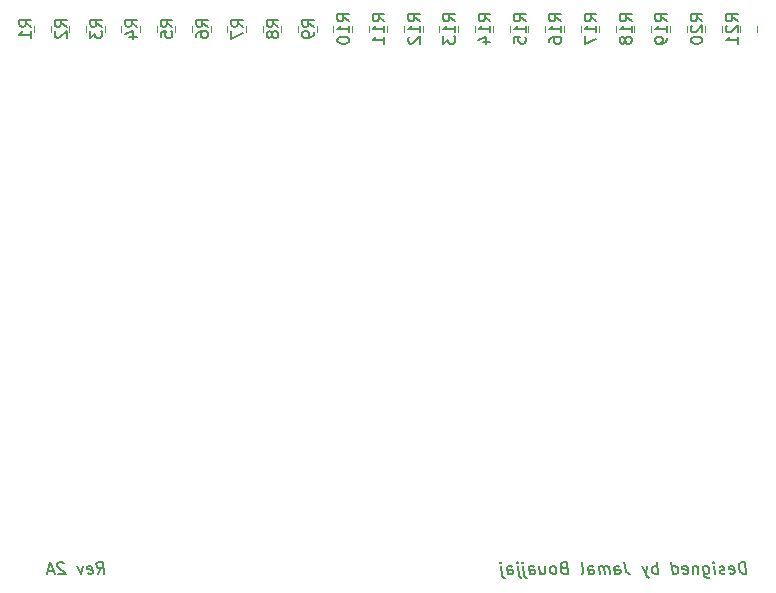
<source format=gbr>
G04 #@! TF.GenerationSoftware,KiCad,Pcbnew,5.1.5+dfsg1-2*
G04 #@! TF.CreationDate,2020-01-03T23:49:53-05:00*
G04 #@! TF.ProjectId,PCB,5043422e-6b69-4636-9164-5f7063625858,rev?*
G04 #@! TF.SameCoordinates,Original*
G04 #@! TF.FileFunction,Legend,Bot*
G04 #@! TF.FilePolarity,Positive*
%FSLAX46Y46*%
G04 Gerber Fmt 4.6, Leading zero omitted, Abs format (unit mm)*
G04 Created by KiCad (PCBNEW 5.1.5+dfsg1-2) date 2020-01-03 23:49:53*
%MOMM*%
%LPD*%
G04 APERTURE LIST*
%ADD10C,0.150000*%
%ADD11C,0.120000*%
G04 APERTURE END LIST*
D10*
X157084375Y-117292380D02*
X157358184Y-116816190D01*
X157655803Y-117292380D02*
X157530803Y-116292380D01*
X157149851Y-116292380D01*
X157060565Y-116340000D01*
X157018898Y-116387619D01*
X156983184Y-116482857D01*
X157001041Y-116625714D01*
X157060565Y-116720952D01*
X157114136Y-116768571D01*
X157215327Y-116816190D01*
X157596279Y-116816190D01*
X156268898Y-117244761D02*
X156370089Y-117292380D01*
X156560565Y-117292380D01*
X156649851Y-117244761D01*
X156685565Y-117149523D01*
X156637946Y-116768571D01*
X156578422Y-116673333D01*
X156477232Y-116625714D01*
X156286755Y-116625714D01*
X156197470Y-116673333D01*
X156161755Y-116768571D01*
X156173660Y-116863809D01*
X156661755Y-116959047D01*
X155810565Y-116625714D02*
X155655803Y-117292380D01*
X155334375Y-116625714D01*
X154209375Y-116387619D02*
X154155803Y-116340000D01*
X154054613Y-116292380D01*
X153816517Y-116292380D01*
X153727232Y-116340000D01*
X153685565Y-116387619D01*
X153649851Y-116482857D01*
X153661755Y-116578095D01*
X153727232Y-116720952D01*
X154370089Y-117292380D01*
X153751041Y-117292380D01*
X153334375Y-117006666D02*
X152858184Y-117006666D01*
X153465327Y-117292380D02*
X153006994Y-116292380D01*
X152798660Y-117292380D01*
X212002452Y-117292380D02*
X211877452Y-116292380D01*
X211639357Y-116292380D01*
X211502452Y-116340000D01*
X211419119Y-116435238D01*
X211383404Y-116530476D01*
X211359595Y-116720952D01*
X211377452Y-116863809D01*
X211448880Y-117054285D01*
X211508404Y-117149523D01*
X211615547Y-117244761D01*
X211764357Y-117292380D01*
X212002452Y-117292380D01*
X210615547Y-117244761D02*
X210716738Y-117292380D01*
X210907214Y-117292380D01*
X210996500Y-117244761D01*
X211032214Y-117149523D01*
X210984595Y-116768571D01*
X210925071Y-116673333D01*
X210823880Y-116625714D01*
X210633404Y-116625714D01*
X210544119Y-116673333D01*
X210508404Y-116768571D01*
X210520309Y-116863809D01*
X211008404Y-116959047D01*
X210186976Y-117244761D02*
X210097690Y-117292380D01*
X209907214Y-117292380D01*
X209806023Y-117244761D01*
X209746500Y-117149523D01*
X209740547Y-117101904D01*
X209776261Y-117006666D01*
X209865547Y-116959047D01*
X210008404Y-116959047D01*
X210097690Y-116911428D01*
X210133404Y-116816190D01*
X210127452Y-116768571D01*
X210067928Y-116673333D01*
X209966738Y-116625714D01*
X209823880Y-116625714D01*
X209734595Y-116673333D01*
X209335785Y-117292380D02*
X209252452Y-116625714D01*
X209210785Y-116292380D02*
X209264357Y-116340000D01*
X209222690Y-116387619D01*
X209169119Y-116340000D01*
X209210785Y-116292380D01*
X209222690Y-116387619D01*
X208347690Y-116625714D02*
X208448880Y-117435238D01*
X208508404Y-117530476D01*
X208561976Y-117578095D01*
X208663166Y-117625714D01*
X208806023Y-117625714D01*
X208895309Y-117578095D01*
X208425071Y-117244761D02*
X208526261Y-117292380D01*
X208716738Y-117292380D01*
X208806023Y-117244761D01*
X208847690Y-117197142D01*
X208883404Y-117101904D01*
X208847690Y-116816190D01*
X208788166Y-116720952D01*
X208734595Y-116673333D01*
X208633404Y-116625714D01*
X208442928Y-116625714D01*
X208353642Y-116673333D01*
X207871500Y-116625714D02*
X207954833Y-117292380D01*
X207883404Y-116720952D02*
X207829833Y-116673333D01*
X207728642Y-116625714D01*
X207585785Y-116625714D01*
X207496500Y-116673333D01*
X207460785Y-116768571D01*
X207526261Y-117292380D01*
X206663166Y-117244761D02*
X206764357Y-117292380D01*
X206954833Y-117292380D01*
X207044119Y-117244761D01*
X207079833Y-117149523D01*
X207032214Y-116768571D01*
X206972690Y-116673333D01*
X206871500Y-116625714D01*
X206681023Y-116625714D01*
X206591738Y-116673333D01*
X206556023Y-116768571D01*
X206567928Y-116863809D01*
X207056023Y-116959047D01*
X205764357Y-117292380D02*
X205639357Y-116292380D01*
X205758404Y-117244761D02*
X205859595Y-117292380D01*
X206050071Y-117292380D01*
X206139357Y-117244761D01*
X206181023Y-117197142D01*
X206216738Y-117101904D01*
X206181023Y-116816190D01*
X206121500Y-116720952D01*
X206067928Y-116673333D01*
X205966738Y-116625714D01*
X205776261Y-116625714D01*
X205686976Y-116673333D01*
X204526261Y-117292380D02*
X204401261Y-116292380D01*
X204448880Y-116673333D02*
X204347690Y-116625714D01*
X204157214Y-116625714D01*
X204067928Y-116673333D01*
X204026261Y-116720952D01*
X203990547Y-116816190D01*
X204026261Y-117101904D01*
X204085785Y-117197142D01*
X204139357Y-117244761D01*
X204240547Y-117292380D01*
X204431023Y-117292380D01*
X204520309Y-117244761D01*
X203633404Y-116625714D02*
X203478642Y-117292380D01*
X203157214Y-116625714D02*
X203478642Y-117292380D01*
X203603642Y-117530476D01*
X203657214Y-117578095D01*
X203758404Y-117625714D01*
X201686976Y-116292380D02*
X201776261Y-117006666D01*
X201841738Y-117149523D01*
X201948880Y-117244761D01*
X202097690Y-117292380D01*
X202192928Y-117292380D01*
X200907214Y-117292380D02*
X200841738Y-116768571D01*
X200877452Y-116673333D01*
X200966738Y-116625714D01*
X201157214Y-116625714D01*
X201258404Y-116673333D01*
X200901261Y-117244761D02*
X201002452Y-117292380D01*
X201240547Y-117292380D01*
X201329833Y-117244761D01*
X201365547Y-117149523D01*
X201353642Y-117054285D01*
X201294119Y-116959047D01*
X201192928Y-116911428D01*
X200954833Y-116911428D01*
X200853642Y-116863809D01*
X200431023Y-117292380D02*
X200347690Y-116625714D01*
X200359595Y-116720952D02*
X200306023Y-116673333D01*
X200204833Y-116625714D01*
X200061976Y-116625714D01*
X199972690Y-116673333D01*
X199936976Y-116768571D01*
X200002452Y-117292380D01*
X199936976Y-116768571D02*
X199877452Y-116673333D01*
X199776261Y-116625714D01*
X199633404Y-116625714D01*
X199544119Y-116673333D01*
X199508404Y-116768571D01*
X199573880Y-117292380D01*
X198669119Y-117292380D02*
X198603642Y-116768571D01*
X198639357Y-116673333D01*
X198728642Y-116625714D01*
X198919119Y-116625714D01*
X199020309Y-116673333D01*
X198663166Y-117244761D02*
X198764357Y-117292380D01*
X199002452Y-117292380D01*
X199091738Y-117244761D01*
X199127452Y-117149523D01*
X199115547Y-117054285D01*
X199056023Y-116959047D01*
X198954833Y-116911428D01*
X198716738Y-116911428D01*
X198615547Y-116863809D01*
X198050071Y-117292380D02*
X198139357Y-117244761D01*
X198175071Y-117149523D01*
X198067928Y-116292380D01*
X196508404Y-116768571D02*
X196371500Y-116816190D01*
X196329833Y-116863809D01*
X196294119Y-116959047D01*
X196311976Y-117101904D01*
X196371500Y-117197142D01*
X196425071Y-117244761D01*
X196526261Y-117292380D01*
X196907214Y-117292380D01*
X196782214Y-116292380D01*
X196448880Y-116292380D01*
X196359595Y-116340000D01*
X196317928Y-116387619D01*
X196282214Y-116482857D01*
X196294119Y-116578095D01*
X196353642Y-116673333D01*
X196407214Y-116720952D01*
X196508404Y-116768571D01*
X196841738Y-116768571D01*
X195764357Y-117292380D02*
X195853642Y-117244761D01*
X195895309Y-117197142D01*
X195931023Y-117101904D01*
X195895309Y-116816190D01*
X195835785Y-116720952D01*
X195782214Y-116673333D01*
X195681023Y-116625714D01*
X195538166Y-116625714D01*
X195448880Y-116673333D01*
X195407214Y-116720952D01*
X195371500Y-116816190D01*
X195407214Y-117101904D01*
X195466738Y-117197142D01*
X195520309Y-117244761D01*
X195621500Y-117292380D01*
X195764357Y-117292380D01*
X194490547Y-116625714D02*
X194573880Y-117292380D01*
X194919119Y-116625714D02*
X194984595Y-117149523D01*
X194948880Y-117244761D01*
X194859595Y-117292380D01*
X194716738Y-117292380D01*
X194615547Y-117244761D01*
X194561976Y-117197142D01*
X193669119Y-117292380D02*
X193603642Y-116768571D01*
X193639357Y-116673333D01*
X193728642Y-116625714D01*
X193919119Y-116625714D01*
X194020309Y-116673333D01*
X193663166Y-117244761D02*
X193764357Y-117292380D01*
X194002452Y-117292380D01*
X194091738Y-117244761D01*
X194127452Y-117149523D01*
X194115547Y-117054285D01*
X194056023Y-116959047D01*
X193954833Y-116911428D01*
X193716738Y-116911428D01*
X193615547Y-116863809D01*
X193109595Y-116625714D02*
X193216738Y-117482857D01*
X193276261Y-117578095D01*
X193377452Y-117625714D01*
X193425071Y-117625714D01*
X193067928Y-116292380D02*
X193121500Y-116340000D01*
X193079833Y-116387619D01*
X193026261Y-116340000D01*
X193067928Y-116292380D01*
X193079833Y-116387619D01*
X192633404Y-116625714D02*
X192740547Y-117482857D01*
X192800071Y-117578095D01*
X192901261Y-117625714D01*
X192948880Y-117625714D01*
X192591738Y-116292380D02*
X192645309Y-116340000D01*
X192603642Y-116387619D01*
X192550071Y-116340000D01*
X192591738Y-116292380D01*
X192603642Y-116387619D01*
X191811976Y-117292380D02*
X191746500Y-116768571D01*
X191782214Y-116673333D01*
X191871500Y-116625714D01*
X192061976Y-116625714D01*
X192163166Y-116673333D01*
X191806023Y-117244761D02*
X191907214Y-117292380D01*
X192145309Y-117292380D01*
X192234595Y-117244761D01*
X192270309Y-117149523D01*
X192258404Y-117054285D01*
X192198880Y-116959047D01*
X192097690Y-116911428D01*
X191859595Y-116911428D01*
X191758404Y-116863809D01*
X191252452Y-116625714D02*
X191359595Y-117482857D01*
X191419119Y-117578095D01*
X191520309Y-117625714D01*
X191567928Y-117625714D01*
X191210785Y-116292380D02*
X191264357Y-116340000D01*
X191222690Y-116387619D01*
X191169119Y-116340000D01*
X191210785Y-116292380D01*
X191222690Y-116387619D01*
D11*
X212927000Y-70858748D02*
X212927000Y-71381252D01*
X211507000Y-70858748D02*
X211507000Y-71381252D01*
X209936150Y-70858748D02*
X209936150Y-71381252D01*
X208516150Y-70858748D02*
X208516150Y-71381252D01*
X206945300Y-70858748D02*
X206945300Y-71381252D01*
X205525300Y-70858748D02*
X205525300Y-71381252D01*
X203954450Y-70858748D02*
X203954450Y-71381252D01*
X202534450Y-70858748D02*
X202534450Y-71381252D01*
X200963600Y-70858748D02*
X200963600Y-71381252D01*
X199543600Y-70858748D02*
X199543600Y-71381252D01*
X197972750Y-70858748D02*
X197972750Y-71381252D01*
X196552750Y-70858748D02*
X196552750Y-71381252D01*
X194981900Y-70858748D02*
X194981900Y-71381252D01*
X193561900Y-70858748D02*
X193561900Y-71381252D01*
X191991050Y-70858748D02*
X191991050Y-71381252D01*
X190571050Y-70858748D02*
X190571050Y-71381252D01*
X189000200Y-70858748D02*
X189000200Y-71381252D01*
X187580200Y-70858748D02*
X187580200Y-71381252D01*
X186009350Y-70858748D02*
X186009350Y-71381252D01*
X184589350Y-70858748D02*
X184589350Y-71381252D01*
X183018500Y-70858748D02*
X183018500Y-71381252D01*
X181598500Y-70858748D02*
X181598500Y-71381252D01*
X180027650Y-70858748D02*
X180027650Y-71381252D01*
X178607650Y-70858748D02*
X178607650Y-71381252D01*
X177036800Y-70858748D02*
X177036800Y-71381252D01*
X175616800Y-70858748D02*
X175616800Y-71381252D01*
X174045950Y-70858748D02*
X174045950Y-71381252D01*
X172625950Y-70858748D02*
X172625950Y-71381252D01*
X171055100Y-70858748D02*
X171055100Y-71381252D01*
X169635100Y-70858748D02*
X169635100Y-71381252D01*
X168064250Y-70858748D02*
X168064250Y-71381252D01*
X166644250Y-70858748D02*
X166644250Y-71381252D01*
X165073400Y-70858748D02*
X165073400Y-71381252D01*
X163653400Y-70858748D02*
X163653400Y-71381252D01*
X162082550Y-70858748D02*
X162082550Y-71381252D01*
X160662550Y-70858748D02*
X160662550Y-71381252D01*
X159091700Y-70858748D02*
X159091700Y-71381252D01*
X157671700Y-70858748D02*
X157671700Y-71381252D01*
X156100850Y-70858748D02*
X156100850Y-71381252D01*
X154680850Y-70858748D02*
X154680850Y-71381252D01*
X153110000Y-70858748D02*
X153110000Y-71381252D01*
X151690000Y-70858748D02*
X151690000Y-71381252D01*
D10*
X211273380Y-70477142D02*
X210797190Y-70143809D01*
X211273380Y-69905714D02*
X210273380Y-69905714D01*
X210273380Y-70286666D01*
X210321000Y-70381904D01*
X210368619Y-70429523D01*
X210463857Y-70477142D01*
X210606714Y-70477142D01*
X210701952Y-70429523D01*
X210749571Y-70381904D01*
X210797190Y-70286666D01*
X210797190Y-69905714D01*
X210368619Y-70858095D02*
X210321000Y-70905714D01*
X210273380Y-71000952D01*
X210273380Y-71239047D01*
X210321000Y-71334285D01*
X210368619Y-71381904D01*
X210463857Y-71429523D01*
X210559095Y-71429523D01*
X210701952Y-71381904D01*
X211273380Y-70810476D01*
X211273380Y-71429523D01*
X211273380Y-72381904D02*
X211273380Y-71810476D01*
X211273380Y-72096190D02*
X210273380Y-72096190D01*
X210416238Y-72000952D01*
X210511476Y-71905714D01*
X210559095Y-71810476D01*
X208282530Y-70477142D02*
X207806340Y-70143809D01*
X208282530Y-69905714D02*
X207282530Y-69905714D01*
X207282530Y-70286666D01*
X207330150Y-70381904D01*
X207377769Y-70429523D01*
X207473007Y-70477142D01*
X207615864Y-70477142D01*
X207711102Y-70429523D01*
X207758721Y-70381904D01*
X207806340Y-70286666D01*
X207806340Y-69905714D01*
X207377769Y-70858095D02*
X207330150Y-70905714D01*
X207282530Y-71000952D01*
X207282530Y-71239047D01*
X207330150Y-71334285D01*
X207377769Y-71381904D01*
X207473007Y-71429523D01*
X207568245Y-71429523D01*
X207711102Y-71381904D01*
X208282530Y-70810476D01*
X208282530Y-71429523D01*
X207282530Y-72048571D02*
X207282530Y-72143809D01*
X207330150Y-72239047D01*
X207377769Y-72286666D01*
X207473007Y-72334285D01*
X207663483Y-72381904D01*
X207901578Y-72381904D01*
X208092054Y-72334285D01*
X208187292Y-72286666D01*
X208234911Y-72239047D01*
X208282530Y-72143809D01*
X208282530Y-72048571D01*
X208234911Y-71953333D01*
X208187292Y-71905714D01*
X208092054Y-71858095D01*
X207901578Y-71810476D01*
X207663483Y-71810476D01*
X207473007Y-71858095D01*
X207377769Y-71905714D01*
X207330150Y-71953333D01*
X207282530Y-72048571D01*
X205291680Y-70477142D02*
X204815490Y-70143809D01*
X205291680Y-69905714D02*
X204291680Y-69905714D01*
X204291680Y-70286666D01*
X204339300Y-70381904D01*
X204386919Y-70429523D01*
X204482157Y-70477142D01*
X204625014Y-70477142D01*
X204720252Y-70429523D01*
X204767871Y-70381904D01*
X204815490Y-70286666D01*
X204815490Y-69905714D01*
X205291680Y-71429523D02*
X205291680Y-70858095D01*
X205291680Y-71143809D02*
X204291680Y-71143809D01*
X204434538Y-71048571D01*
X204529776Y-70953333D01*
X204577395Y-70858095D01*
X205291680Y-71905714D02*
X205291680Y-72096190D01*
X205244061Y-72191428D01*
X205196442Y-72239047D01*
X205053585Y-72334285D01*
X204863109Y-72381904D01*
X204482157Y-72381904D01*
X204386919Y-72334285D01*
X204339300Y-72286666D01*
X204291680Y-72191428D01*
X204291680Y-72000952D01*
X204339300Y-71905714D01*
X204386919Y-71858095D01*
X204482157Y-71810476D01*
X204720252Y-71810476D01*
X204815490Y-71858095D01*
X204863109Y-71905714D01*
X204910728Y-72000952D01*
X204910728Y-72191428D01*
X204863109Y-72286666D01*
X204815490Y-72334285D01*
X204720252Y-72381904D01*
X202300830Y-70477142D02*
X201824640Y-70143809D01*
X202300830Y-69905714D02*
X201300830Y-69905714D01*
X201300830Y-70286666D01*
X201348450Y-70381904D01*
X201396069Y-70429523D01*
X201491307Y-70477142D01*
X201634164Y-70477142D01*
X201729402Y-70429523D01*
X201777021Y-70381904D01*
X201824640Y-70286666D01*
X201824640Y-69905714D01*
X202300830Y-71429523D02*
X202300830Y-70858095D01*
X202300830Y-71143809D02*
X201300830Y-71143809D01*
X201443688Y-71048571D01*
X201538926Y-70953333D01*
X201586545Y-70858095D01*
X201729402Y-72000952D02*
X201681783Y-71905714D01*
X201634164Y-71858095D01*
X201538926Y-71810476D01*
X201491307Y-71810476D01*
X201396069Y-71858095D01*
X201348450Y-71905714D01*
X201300830Y-72000952D01*
X201300830Y-72191428D01*
X201348450Y-72286666D01*
X201396069Y-72334285D01*
X201491307Y-72381904D01*
X201538926Y-72381904D01*
X201634164Y-72334285D01*
X201681783Y-72286666D01*
X201729402Y-72191428D01*
X201729402Y-72000952D01*
X201777021Y-71905714D01*
X201824640Y-71858095D01*
X201919878Y-71810476D01*
X202110354Y-71810476D01*
X202205592Y-71858095D01*
X202253211Y-71905714D01*
X202300830Y-72000952D01*
X202300830Y-72191428D01*
X202253211Y-72286666D01*
X202205592Y-72334285D01*
X202110354Y-72381904D01*
X201919878Y-72381904D01*
X201824640Y-72334285D01*
X201777021Y-72286666D01*
X201729402Y-72191428D01*
X199309980Y-70477142D02*
X198833790Y-70143809D01*
X199309980Y-69905714D02*
X198309980Y-69905714D01*
X198309980Y-70286666D01*
X198357600Y-70381904D01*
X198405219Y-70429523D01*
X198500457Y-70477142D01*
X198643314Y-70477142D01*
X198738552Y-70429523D01*
X198786171Y-70381904D01*
X198833790Y-70286666D01*
X198833790Y-69905714D01*
X199309980Y-71429523D02*
X199309980Y-70858095D01*
X199309980Y-71143809D02*
X198309980Y-71143809D01*
X198452838Y-71048571D01*
X198548076Y-70953333D01*
X198595695Y-70858095D01*
X198309980Y-71762857D02*
X198309980Y-72429523D01*
X199309980Y-72000952D01*
X196319130Y-70477142D02*
X195842940Y-70143809D01*
X196319130Y-69905714D02*
X195319130Y-69905714D01*
X195319130Y-70286666D01*
X195366750Y-70381904D01*
X195414369Y-70429523D01*
X195509607Y-70477142D01*
X195652464Y-70477142D01*
X195747702Y-70429523D01*
X195795321Y-70381904D01*
X195842940Y-70286666D01*
X195842940Y-69905714D01*
X196319130Y-71429523D02*
X196319130Y-70858095D01*
X196319130Y-71143809D02*
X195319130Y-71143809D01*
X195461988Y-71048571D01*
X195557226Y-70953333D01*
X195604845Y-70858095D01*
X195319130Y-72286666D02*
X195319130Y-72096190D01*
X195366750Y-72000952D01*
X195414369Y-71953333D01*
X195557226Y-71858095D01*
X195747702Y-71810476D01*
X196128654Y-71810476D01*
X196223892Y-71858095D01*
X196271511Y-71905714D01*
X196319130Y-72000952D01*
X196319130Y-72191428D01*
X196271511Y-72286666D01*
X196223892Y-72334285D01*
X196128654Y-72381904D01*
X195890559Y-72381904D01*
X195795321Y-72334285D01*
X195747702Y-72286666D01*
X195700083Y-72191428D01*
X195700083Y-72000952D01*
X195747702Y-71905714D01*
X195795321Y-71858095D01*
X195890559Y-71810476D01*
X193328280Y-70477142D02*
X192852090Y-70143809D01*
X193328280Y-69905714D02*
X192328280Y-69905714D01*
X192328280Y-70286666D01*
X192375900Y-70381904D01*
X192423519Y-70429523D01*
X192518757Y-70477142D01*
X192661614Y-70477142D01*
X192756852Y-70429523D01*
X192804471Y-70381904D01*
X192852090Y-70286666D01*
X192852090Y-69905714D01*
X193328280Y-71429523D02*
X193328280Y-70858095D01*
X193328280Y-71143809D02*
X192328280Y-71143809D01*
X192471138Y-71048571D01*
X192566376Y-70953333D01*
X192613995Y-70858095D01*
X192328280Y-72334285D02*
X192328280Y-71858095D01*
X192804471Y-71810476D01*
X192756852Y-71858095D01*
X192709233Y-71953333D01*
X192709233Y-72191428D01*
X192756852Y-72286666D01*
X192804471Y-72334285D01*
X192899709Y-72381904D01*
X193137804Y-72381904D01*
X193233042Y-72334285D01*
X193280661Y-72286666D01*
X193328280Y-72191428D01*
X193328280Y-71953333D01*
X193280661Y-71858095D01*
X193233042Y-71810476D01*
X190337430Y-70477142D02*
X189861240Y-70143809D01*
X190337430Y-69905714D02*
X189337430Y-69905714D01*
X189337430Y-70286666D01*
X189385050Y-70381904D01*
X189432669Y-70429523D01*
X189527907Y-70477142D01*
X189670764Y-70477142D01*
X189766002Y-70429523D01*
X189813621Y-70381904D01*
X189861240Y-70286666D01*
X189861240Y-69905714D01*
X190337430Y-71429523D02*
X190337430Y-70858095D01*
X190337430Y-71143809D02*
X189337430Y-71143809D01*
X189480288Y-71048571D01*
X189575526Y-70953333D01*
X189623145Y-70858095D01*
X189670764Y-72286666D02*
X190337430Y-72286666D01*
X189289811Y-72048571D02*
X190004097Y-71810476D01*
X190004097Y-72429523D01*
X187346580Y-70477142D02*
X186870390Y-70143809D01*
X187346580Y-69905714D02*
X186346580Y-69905714D01*
X186346580Y-70286666D01*
X186394200Y-70381904D01*
X186441819Y-70429523D01*
X186537057Y-70477142D01*
X186679914Y-70477142D01*
X186775152Y-70429523D01*
X186822771Y-70381904D01*
X186870390Y-70286666D01*
X186870390Y-69905714D01*
X187346580Y-71429523D02*
X187346580Y-70858095D01*
X187346580Y-71143809D02*
X186346580Y-71143809D01*
X186489438Y-71048571D01*
X186584676Y-70953333D01*
X186632295Y-70858095D01*
X186346580Y-71762857D02*
X186346580Y-72381904D01*
X186727533Y-72048571D01*
X186727533Y-72191428D01*
X186775152Y-72286666D01*
X186822771Y-72334285D01*
X186918009Y-72381904D01*
X187156104Y-72381904D01*
X187251342Y-72334285D01*
X187298961Y-72286666D01*
X187346580Y-72191428D01*
X187346580Y-71905714D01*
X187298961Y-71810476D01*
X187251342Y-71762857D01*
X184354730Y-70477142D02*
X183878540Y-70143809D01*
X184354730Y-69905714D02*
X183354730Y-69905714D01*
X183354730Y-70286666D01*
X183402350Y-70381904D01*
X183449969Y-70429523D01*
X183545207Y-70477142D01*
X183688064Y-70477142D01*
X183783302Y-70429523D01*
X183830921Y-70381904D01*
X183878540Y-70286666D01*
X183878540Y-69905714D01*
X184354730Y-71429523D02*
X184354730Y-70858095D01*
X184354730Y-71143809D02*
X183354730Y-71143809D01*
X183497588Y-71048571D01*
X183592826Y-70953333D01*
X183640445Y-70858095D01*
X183449969Y-71810476D02*
X183402350Y-71858095D01*
X183354730Y-71953333D01*
X183354730Y-72191428D01*
X183402350Y-72286666D01*
X183449969Y-72334285D01*
X183545207Y-72381904D01*
X183640445Y-72381904D01*
X183783302Y-72334285D01*
X184354730Y-71762857D01*
X184354730Y-72381904D01*
X181364880Y-70477142D02*
X180888690Y-70143809D01*
X181364880Y-69905714D02*
X180364880Y-69905714D01*
X180364880Y-70286666D01*
X180412500Y-70381904D01*
X180460119Y-70429523D01*
X180555357Y-70477142D01*
X180698214Y-70477142D01*
X180793452Y-70429523D01*
X180841071Y-70381904D01*
X180888690Y-70286666D01*
X180888690Y-69905714D01*
X181364880Y-71429523D02*
X181364880Y-70858095D01*
X181364880Y-71143809D02*
X180364880Y-71143809D01*
X180507738Y-71048571D01*
X180602976Y-70953333D01*
X180650595Y-70858095D01*
X181364880Y-72381904D02*
X181364880Y-71810476D01*
X181364880Y-72096190D02*
X180364880Y-72096190D01*
X180507738Y-72000952D01*
X180602976Y-71905714D01*
X180650595Y-71810476D01*
X178374030Y-70477142D02*
X177897840Y-70143809D01*
X178374030Y-69905714D02*
X177374030Y-69905714D01*
X177374030Y-70286666D01*
X177421650Y-70381904D01*
X177469269Y-70429523D01*
X177564507Y-70477142D01*
X177707364Y-70477142D01*
X177802602Y-70429523D01*
X177850221Y-70381904D01*
X177897840Y-70286666D01*
X177897840Y-69905714D01*
X178374030Y-71429523D02*
X178374030Y-70858095D01*
X178374030Y-71143809D02*
X177374030Y-71143809D01*
X177516888Y-71048571D01*
X177612126Y-70953333D01*
X177659745Y-70858095D01*
X177374030Y-72048571D02*
X177374030Y-72143809D01*
X177421650Y-72239047D01*
X177469269Y-72286666D01*
X177564507Y-72334285D01*
X177754983Y-72381904D01*
X177993078Y-72381904D01*
X178183554Y-72334285D01*
X178278792Y-72286666D01*
X178326411Y-72239047D01*
X178374030Y-72143809D01*
X178374030Y-72048571D01*
X178326411Y-71953333D01*
X178278792Y-71905714D01*
X178183554Y-71858095D01*
X177993078Y-71810476D01*
X177754983Y-71810476D01*
X177564507Y-71858095D01*
X177469269Y-71905714D01*
X177421650Y-71953333D01*
X177374030Y-72048571D01*
X175383180Y-70953333D02*
X174906990Y-70620000D01*
X175383180Y-70381904D02*
X174383180Y-70381904D01*
X174383180Y-70762857D01*
X174430800Y-70858095D01*
X174478419Y-70905714D01*
X174573657Y-70953333D01*
X174716514Y-70953333D01*
X174811752Y-70905714D01*
X174859371Y-70858095D01*
X174906990Y-70762857D01*
X174906990Y-70381904D01*
X175383180Y-71429523D02*
X175383180Y-71620000D01*
X175335561Y-71715238D01*
X175287942Y-71762857D01*
X175145085Y-71858095D01*
X174954609Y-71905714D01*
X174573657Y-71905714D01*
X174478419Y-71858095D01*
X174430800Y-71810476D01*
X174383180Y-71715238D01*
X174383180Y-71524761D01*
X174430800Y-71429523D01*
X174478419Y-71381904D01*
X174573657Y-71334285D01*
X174811752Y-71334285D01*
X174906990Y-71381904D01*
X174954609Y-71429523D01*
X175002228Y-71524761D01*
X175002228Y-71715238D01*
X174954609Y-71810476D01*
X174906990Y-71858095D01*
X174811752Y-71905714D01*
X172392330Y-70953333D02*
X171916140Y-70620000D01*
X172392330Y-70381904D02*
X171392330Y-70381904D01*
X171392330Y-70762857D01*
X171439950Y-70858095D01*
X171487569Y-70905714D01*
X171582807Y-70953333D01*
X171725664Y-70953333D01*
X171820902Y-70905714D01*
X171868521Y-70858095D01*
X171916140Y-70762857D01*
X171916140Y-70381904D01*
X171820902Y-71524761D02*
X171773283Y-71429523D01*
X171725664Y-71381904D01*
X171630426Y-71334285D01*
X171582807Y-71334285D01*
X171487569Y-71381904D01*
X171439950Y-71429523D01*
X171392330Y-71524761D01*
X171392330Y-71715238D01*
X171439950Y-71810476D01*
X171487569Y-71858095D01*
X171582807Y-71905714D01*
X171630426Y-71905714D01*
X171725664Y-71858095D01*
X171773283Y-71810476D01*
X171820902Y-71715238D01*
X171820902Y-71524761D01*
X171868521Y-71429523D01*
X171916140Y-71381904D01*
X172011378Y-71334285D01*
X172201854Y-71334285D01*
X172297092Y-71381904D01*
X172344711Y-71429523D01*
X172392330Y-71524761D01*
X172392330Y-71715238D01*
X172344711Y-71810476D01*
X172297092Y-71858095D01*
X172201854Y-71905714D01*
X172011378Y-71905714D01*
X171916140Y-71858095D01*
X171868521Y-71810476D01*
X171820902Y-71715238D01*
X169401480Y-70953333D02*
X168925290Y-70620000D01*
X169401480Y-70381904D02*
X168401480Y-70381904D01*
X168401480Y-70762857D01*
X168449100Y-70858095D01*
X168496719Y-70905714D01*
X168591957Y-70953333D01*
X168734814Y-70953333D01*
X168830052Y-70905714D01*
X168877671Y-70858095D01*
X168925290Y-70762857D01*
X168925290Y-70381904D01*
X168401480Y-71286666D02*
X168401480Y-71953333D01*
X169401480Y-71524761D01*
X166410630Y-70953333D02*
X165934440Y-70620000D01*
X166410630Y-70381904D02*
X165410630Y-70381904D01*
X165410630Y-70762857D01*
X165458250Y-70858095D01*
X165505869Y-70905714D01*
X165601107Y-70953333D01*
X165743964Y-70953333D01*
X165839202Y-70905714D01*
X165886821Y-70858095D01*
X165934440Y-70762857D01*
X165934440Y-70381904D01*
X165410630Y-71810476D02*
X165410630Y-71620000D01*
X165458250Y-71524761D01*
X165505869Y-71477142D01*
X165648726Y-71381904D01*
X165839202Y-71334285D01*
X166220154Y-71334285D01*
X166315392Y-71381904D01*
X166363011Y-71429523D01*
X166410630Y-71524761D01*
X166410630Y-71715238D01*
X166363011Y-71810476D01*
X166315392Y-71858095D01*
X166220154Y-71905714D01*
X165982059Y-71905714D01*
X165886821Y-71858095D01*
X165839202Y-71810476D01*
X165791583Y-71715238D01*
X165791583Y-71524761D01*
X165839202Y-71429523D01*
X165886821Y-71381904D01*
X165982059Y-71334285D01*
X163419780Y-70953333D02*
X162943590Y-70620000D01*
X163419780Y-70381904D02*
X162419780Y-70381904D01*
X162419780Y-70762857D01*
X162467400Y-70858095D01*
X162515019Y-70905714D01*
X162610257Y-70953333D01*
X162753114Y-70953333D01*
X162848352Y-70905714D01*
X162895971Y-70858095D01*
X162943590Y-70762857D01*
X162943590Y-70381904D01*
X162419780Y-71858095D02*
X162419780Y-71381904D01*
X162895971Y-71334285D01*
X162848352Y-71381904D01*
X162800733Y-71477142D01*
X162800733Y-71715238D01*
X162848352Y-71810476D01*
X162895971Y-71858095D01*
X162991209Y-71905714D01*
X163229304Y-71905714D01*
X163324542Y-71858095D01*
X163372161Y-71810476D01*
X163419780Y-71715238D01*
X163419780Y-71477142D01*
X163372161Y-71381904D01*
X163324542Y-71334285D01*
X160428930Y-70953333D02*
X159952740Y-70620000D01*
X160428930Y-70381904D02*
X159428930Y-70381904D01*
X159428930Y-70762857D01*
X159476550Y-70858095D01*
X159524169Y-70905714D01*
X159619407Y-70953333D01*
X159762264Y-70953333D01*
X159857502Y-70905714D01*
X159905121Y-70858095D01*
X159952740Y-70762857D01*
X159952740Y-70381904D01*
X159762264Y-71810476D02*
X160428930Y-71810476D01*
X159381311Y-71572380D02*
X160095597Y-71334285D01*
X160095597Y-71953333D01*
X157438080Y-70953333D02*
X156961890Y-70620000D01*
X157438080Y-70381904D02*
X156438080Y-70381904D01*
X156438080Y-70762857D01*
X156485700Y-70858095D01*
X156533319Y-70905714D01*
X156628557Y-70953333D01*
X156771414Y-70953333D01*
X156866652Y-70905714D01*
X156914271Y-70858095D01*
X156961890Y-70762857D01*
X156961890Y-70381904D01*
X156438080Y-71286666D02*
X156438080Y-71905714D01*
X156819033Y-71572380D01*
X156819033Y-71715238D01*
X156866652Y-71810476D01*
X156914271Y-71858095D01*
X157009509Y-71905714D01*
X157247604Y-71905714D01*
X157342842Y-71858095D01*
X157390461Y-71810476D01*
X157438080Y-71715238D01*
X157438080Y-71429523D01*
X157390461Y-71334285D01*
X157342842Y-71286666D01*
X154447230Y-70953333D02*
X153971040Y-70620000D01*
X154447230Y-70381904D02*
X153447230Y-70381904D01*
X153447230Y-70762857D01*
X153494850Y-70858095D01*
X153542469Y-70905714D01*
X153637707Y-70953333D01*
X153780564Y-70953333D01*
X153875802Y-70905714D01*
X153923421Y-70858095D01*
X153971040Y-70762857D01*
X153971040Y-70381904D01*
X153542469Y-71334285D02*
X153494850Y-71381904D01*
X153447230Y-71477142D01*
X153447230Y-71715238D01*
X153494850Y-71810476D01*
X153542469Y-71858095D01*
X153637707Y-71905714D01*
X153732945Y-71905714D01*
X153875802Y-71858095D01*
X154447230Y-71286666D01*
X154447230Y-71905714D01*
X151456380Y-70953333D02*
X150980190Y-70620000D01*
X151456380Y-70381904D02*
X150456380Y-70381904D01*
X150456380Y-70762857D01*
X150504000Y-70858095D01*
X150551619Y-70905714D01*
X150646857Y-70953333D01*
X150789714Y-70953333D01*
X150884952Y-70905714D01*
X150932571Y-70858095D01*
X150980190Y-70762857D01*
X150980190Y-70381904D01*
X151456380Y-71905714D02*
X151456380Y-71334285D01*
X151456380Y-71620000D02*
X150456380Y-71620000D01*
X150599238Y-71524761D01*
X150694476Y-71429523D01*
X150742095Y-71334285D01*
M02*

</source>
